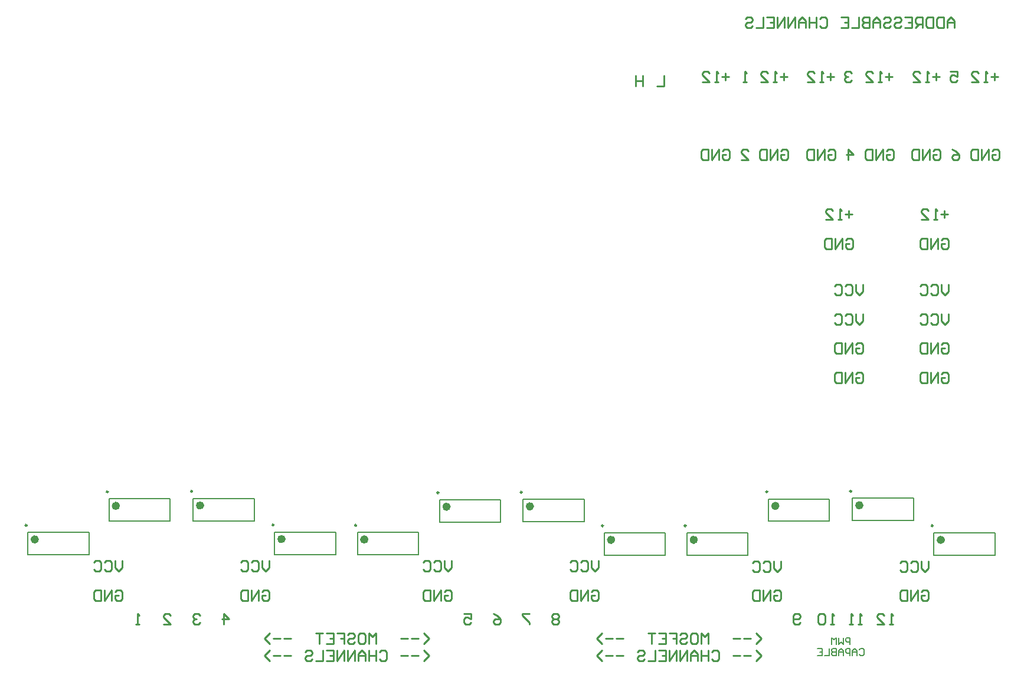
<source format=gbo>
G04*
G04 #@! TF.GenerationSoftware,Altium Limited,Altium Designer,23.4.1 (23)*
G04*
G04 Layer_Color=32896*
%FSLAX44Y44*%
%MOMM*%
G71*
G04*
G04 #@! TF.SameCoordinates,A8117526-9310-46B9-AEF7-EB217FB15511*
G04*
G04*
G04 #@! TF.FilePolarity,Positive*
G04*
G01*
G75*
%ADD10C,0.2500*%
%ADD11C,0.6000*%
%ADD12C,0.2000*%
%ADD13C,0.2540*%
%ADD97C,0.1500*%
D10*
X132890Y293358D02*
G03*
X132890Y293358I-1250J0D01*
G01*
X16558Y245198D02*
G03*
X16558Y245198I-1250J0D01*
G01*
X253673Y293940D02*
G03*
X253673Y293940I-1250J0D01*
G01*
X370513Y245680D02*
G03*
X370513Y245680I-1250J0D01*
G01*
X607318Y292142D02*
G03*
X607318Y292142I-1250J0D01*
G01*
X726831Y292570D02*
G03*
X726831Y292570I-1250J0D01*
G01*
X489208Y245152D02*
G03*
X489208Y245152I-1250J0D01*
G01*
X843284Y244697D02*
G03*
X843284Y244697I-1250J0D01*
G01*
X961970Y244642D02*
G03*
X961970Y244642I-1250J0D01*
G01*
X1078944Y293284D02*
G03*
X1078944Y293284I-1250J0D01*
G01*
X1199460Y294172D02*
G03*
X1199460Y294172I-1250J0D01*
G01*
X1316300Y244554D02*
G03*
X1316300Y244554I-1250J0D01*
G01*
D11*
X146990Y273108D02*
G03*
X146990Y273108I-3000J0D01*
G01*
X30658Y224948D02*
G03*
X30658Y224948I-3000J0D01*
G01*
X267773Y273690D02*
G03*
X267773Y273690I-3000J0D01*
G01*
X384613Y225430D02*
G03*
X384613Y225430I-3000J0D01*
G01*
X621418Y271892D02*
G03*
X621418Y271892I-3000J0D01*
G01*
X740931Y272320D02*
G03*
X740931Y272320I-3000J0D01*
G01*
X503308Y224902D02*
G03*
X503308Y224902I-3000J0D01*
G01*
X857384Y224447D02*
G03*
X857384Y224447I-3000J0D01*
G01*
X976070Y224392D02*
G03*
X976070Y224392I-3000J0D01*
G01*
X1093044Y273034D02*
G03*
X1093044Y273034I-3000J0D01*
G01*
X1213560Y273922D02*
G03*
X1213560Y273922I-3000J0D01*
G01*
X1330400Y224304D02*
G03*
X1330400Y224304I-3000J0D01*
G01*
D12*
X221740Y251108D02*
Y283108D01*
X134240Y251108D02*
Y283108D01*
Y251108D02*
X221740D01*
X134240Y283108D02*
X221740D01*
X105408Y202948D02*
Y234948D01*
X17908Y202948D02*
Y234948D01*
Y202948D02*
X105408D01*
X17908Y234948D02*
X105408D01*
X342523Y251690D02*
Y283690D01*
X255023Y251690D02*
Y283690D01*
Y251690D02*
X342523D01*
X255023Y283690D02*
X342523D01*
X459363Y203430D02*
Y235430D01*
X371863Y203430D02*
Y235430D01*
Y203430D02*
X459363D01*
X371863Y235430D02*
X459363D01*
X696168Y249892D02*
Y281892D01*
X608668Y249892D02*
Y281892D01*
Y249892D02*
X696168D01*
X608668Y281892D02*
X696168D01*
X815681Y250320D02*
Y282320D01*
X728181Y250320D02*
Y282320D01*
Y250320D02*
X815681D01*
X728181Y282320D02*
X815681D01*
X578058Y202902D02*
Y234902D01*
X490558Y202902D02*
Y234902D01*
Y202902D02*
X578058D01*
X490558Y234902D02*
X578058D01*
X932134Y202447D02*
Y234447D01*
X844634Y202447D02*
Y234447D01*
Y202447D02*
X932134D01*
X844634Y234447D02*
X932134D01*
X1050820Y202392D02*
Y234392D01*
X963320Y202392D02*
Y234392D01*
Y202392D02*
X1050820D01*
X963320Y234392D02*
X1050820D01*
X1167794Y251034D02*
Y283034D01*
X1080294Y251034D02*
Y283034D01*
Y251034D02*
X1167794D01*
X1080294Y283034D02*
X1167794D01*
X1288310Y251922D02*
Y283922D01*
X1200810Y251922D02*
Y283922D01*
Y251922D02*
X1288310D01*
X1200810Y283922D02*
X1288310D01*
X1405150Y202304D02*
Y234304D01*
X1317650Y202304D02*
Y234304D01*
Y202304D02*
X1405150D01*
X1317650Y234304D02*
X1405150D01*
D13*
X585454Y74918D02*
X593072Y82536D01*
X585454Y90153D01*
X577837Y82536D02*
X567680D01*
X562602D02*
X552445D01*
X516896Y74918D02*
Y90153D01*
X511818Y85075D01*
X506740Y90153D01*
Y74918D01*
X494044Y90153D02*
X499122D01*
X501661Y87614D01*
Y77457D01*
X499122Y74918D01*
X494044D01*
X491505Y77457D01*
Y87614D01*
X494044Y90153D01*
X476270Y87614D02*
X478809Y90153D01*
X483887D01*
X486426Y87614D01*
Y85075D01*
X483887Y82536D01*
X478809D01*
X476270Y79996D01*
Y77457D01*
X478809Y74918D01*
X483887D01*
X486426Y77457D01*
X461035Y90153D02*
X471191D01*
Y82536D01*
X466113D01*
X471191D01*
Y74918D01*
X445799Y90153D02*
X455956D01*
Y74918D01*
X445799D01*
X455956Y82536D02*
X450878D01*
X440721Y90153D02*
X430564D01*
X435643D01*
Y74918D01*
X395016Y82536D02*
X384859D01*
X379781D02*
X369624D01*
X364546Y74918D02*
X356928Y82536D01*
X364546Y90153D01*
X585454Y50540D02*
X593072Y58158D01*
X585454Y65775D01*
X577837Y58158D02*
X567680D01*
X562602D02*
X552445D01*
X521975Y63236D02*
X524514Y65775D01*
X529592D01*
X532132Y63236D01*
Y53079D01*
X529592Y50540D01*
X524514D01*
X521975Y53079D01*
X516896Y65775D02*
Y50540D01*
Y58158D01*
X506740D01*
Y65775D01*
Y50540D01*
X501661D02*
Y60697D01*
X496583Y65775D01*
X491505Y60697D01*
Y50540D01*
Y58158D01*
X501661D01*
X486426Y50540D02*
Y65775D01*
X476270Y50540D01*
Y65775D01*
X471191Y50540D02*
Y65775D01*
X461035Y50540D01*
Y65775D01*
X445799D02*
X455956D01*
Y50540D01*
X445799D01*
X455956Y58158D02*
X450878D01*
X440721Y65775D02*
Y50540D01*
X430564D01*
X415329Y63236D02*
X417868Y65775D01*
X422947D01*
X425486Y63236D01*
Y60697D01*
X422947Y58158D01*
X417868D01*
X415329Y55618D01*
Y53079D01*
X417868Y50540D01*
X422947D01*
X425486Y53079D01*
X395016Y58158D02*
X384859D01*
X379781D02*
X369624D01*
X364546Y50540D02*
X356928Y58158D01*
X364546Y65775D01*
X1062454Y74918D02*
X1070072Y82536D01*
X1062454Y90153D01*
X1054837Y82536D02*
X1044680D01*
X1039602D02*
X1029445D01*
X993896Y74918D02*
Y90153D01*
X988818Y85075D01*
X983740Y90153D01*
Y74918D01*
X971044Y90153D02*
X976122D01*
X978661Y87614D01*
Y77457D01*
X976122Y74918D01*
X971044D01*
X968505Y77457D01*
Y87614D01*
X971044Y90153D01*
X953270Y87614D02*
X955809Y90153D01*
X960887D01*
X963426Y87614D01*
Y85075D01*
X960887Y82536D01*
X955809D01*
X953270Y79996D01*
Y77457D01*
X955809Y74918D01*
X960887D01*
X963426Y77457D01*
X938035Y90153D02*
X948191D01*
Y82536D01*
X943113D01*
X948191D01*
Y74918D01*
X922799Y90153D02*
X932956D01*
Y74918D01*
X922799D01*
X932956Y82536D02*
X927878D01*
X917721Y90153D02*
X907564D01*
X912643D01*
Y74918D01*
X872016Y82536D02*
X861859D01*
X856781D02*
X846624D01*
X841546Y74918D02*
X833928Y82536D01*
X841546Y90153D01*
X1062454Y50540D02*
X1070072Y58158D01*
X1062454Y65775D01*
X1054837Y58158D02*
X1044680D01*
X1039602D02*
X1029445D01*
X998975Y63236D02*
X1001514Y65775D01*
X1006592D01*
X1009131Y63236D01*
Y53079D01*
X1006592Y50540D01*
X1001514D01*
X998975Y53079D01*
X993896Y65775D02*
Y50540D01*
Y58158D01*
X983740D01*
Y65775D01*
Y50540D01*
X978661D02*
Y60697D01*
X973583Y65775D01*
X968505Y60697D01*
Y50540D01*
Y58158D01*
X978661D01*
X963426Y50540D02*
Y65775D01*
X953270Y50540D01*
Y65775D01*
X948191Y50540D02*
Y65775D01*
X938035Y50540D01*
Y65775D01*
X922799D02*
X932956D01*
Y50540D01*
X922799D01*
X932956Y58158D02*
X927878D01*
X917721Y65775D02*
Y50540D01*
X907564D01*
X892329Y63236D02*
X894868Y65775D01*
X899947D01*
X902486Y63236D01*
Y60697D01*
X899947Y58158D01*
X894868D01*
X892329Y55618D01*
Y53079D01*
X894868Y50540D01*
X899947D01*
X902486Y53079D01*
X872016Y58158D02*
X861859D01*
X856781D02*
X846624D01*
X841546Y50540D02*
X833928Y58158D01*
X841546Y65775D01*
X1088203Y149570D02*
X1090742Y152110D01*
X1095821D01*
X1098360Y149570D01*
Y139414D01*
X1095821Y136875D01*
X1090742D01*
X1088203Y139414D01*
Y144492D01*
X1093282D01*
X1083125Y136875D02*
Y152110D01*
X1072968Y136875D01*
Y152110D01*
X1067890D02*
Y136875D01*
X1060272D01*
X1057733Y139414D01*
Y149570D01*
X1060272Y152110D01*
X1067890D01*
X1299203Y149570D02*
X1301743Y152110D01*
X1306821D01*
X1309360Y149570D01*
Y139414D01*
X1306821Y136875D01*
X1301743D01*
X1299203Y139414D01*
Y144492D01*
X1304282D01*
X1294125Y136875D02*
Y152110D01*
X1283968Y136875D01*
Y152110D01*
X1278890D02*
Y136875D01*
X1271272D01*
X1268733Y139414D01*
Y149570D01*
X1271272Y152110D01*
X1278890D01*
X1309360Y194109D02*
Y183953D01*
X1304282Y178874D01*
X1299203Y183953D01*
Y194109D01*
X1283968Y191570D02*
X1286507Y194109D01*
X1291586D01*
X1294125Y191570D01*
Y181414D01*
X1291586Y178874D01*
X1286507D01*
X1283968Y181414D01*
X1268733Y191570D02*
X1271272Y194109D01*
X1276351D01*
X1278890Y191570D01*
Y181414D01*
X1276351Y178874D01*
X1271272D01*
X1268733Y181414D01*
X1098360Y194109D02*
Y183953D01*
X1093282Y178874D01*
X1088203Y183953D01*
Y194109D01*
X1072968Y191570D02*
X1075507Y194109D01*
X1080586D01*
X1083125Y191570D01*
Y181414D01*
X1080586Y178874D01*
X1075507D01*
X1072968Y181414D01*
X1057733Y191570D02*
X1060272Y194109D01*
X1065351D01*
X1067890Y191570D01*
Y181414D01*
X1065351Y178874D01*
X1060272D01*
X1057733Y181414D01*
X615493Y149928D02*
X618032Y152467D01*
X623111D01*
X625650Y149928D01*
Y139772D01*
X623111Y137233D01*
X618032D01*
X615493Y139772D01*
Y144850D01*
X620572D01*
X610415Y137233D02*
Y152467D01*
X600258Y137233D01*
Y152467D01*
X595180D02*
Y137233D01*
X587562D01*
X585023Y139772D01*
Y149928D01*
X587562Y152467D01*
X595180D01*
X826493Y149928D02*
X829033Y152467D01*
X834111D01*
X836650Y149928D01*
Y139772D01*
X834111Y137233D01*
X829033D01*
X826493Y139772D01*
Y144850D01*
X831572D01*
X821415Y137233D02*
Y152467D01*
X811258Y137233D01*
Y152467D01*
X806180D02*
Y137233D01*
X798562D01*
X796023Y139772D01*
Y149928D01*
X798562Y152467D01*
X806180D01*
X836650Y194468D02*
Y184311D01*
X831572Y179233D01*
X826493Y184311D01*
Y194468D01*
X811258Y191928D02*
X813797Y194468D01*
X818876D01*
X821415Y191928D01*
Y181772D01*
X818876Y179233D01*
X813797D01*
X811258Y181772D01*
X796023Y191928D02*
X798562Y194468D01*
X803641D01*
X806180Y191928D01*
Y181772D01*
X803641Y179233D01*
X798562D01*
X796023Y181772D01*
X625650Y194468D02*
Y184311D01*
X620572Y179233D01*
X615493Y184311D01*
Y194468D01*
X600258Y191928D02*
X602797Y194468D01*
X607876D01*
X610415Y191928D01*
Y181772D01*
X607876Y179233D01*
X602797D01*
X600258Y181772D01*
X585023Y191928D02*
X587562Y194468D01*
X592641D01*
X595180Y191928D01*
Y181772D01*
X592641Y179233D01*
X587562D01*
X585023Y181772D01*
X152710Y194468D02*
Y184311D01*
X147632Y179233D01*
X142553Y184311D01*
Y194468D01*
X127318Y191928D02*
X129857Y194468D01*
X134936D01*
X137475Y191928D01*
Y181772D01*
X134936Y179233D01*
X129857D01*
X127318Y181772D01*
X112083Y191928D02*
X114622Y194468D01*
X119701D01*
X122240Y191928D01*
Y181772D01*
X119701Y179233D01*
X114622D01*
X112083Y181772D01*
X363710Y194468D02*
Y184311D01*
X358632Y179233D01*
X353553Y184311D01*
Y194468D01*
X338318Y191928D02*
X340857Y194468D01*
X345936D01*
X348475Y191928D01*
Y181772D01*
X345936Y179233D01*
X340857D01*
X338318Y181772D01*
X323083Y191928D02*
X325622Y194468D01*
X330701D01*
X333240Y191928D01*
Y181772D01*
X330701Y179233D01*
X325622D01*
X323083Y181772D01*
X353553Y149928D02*
X356092Y152467D01*
X361171D01*
X363710Y149928D01*
Y139772D01*
X361171Y137233D01*
X356092D01*
X353553Y139772D01*
Y144850D01*
X358632D01*
X348475Y137233D02*
Y152467D01*
X338318Y137233D01*
Y152467D01*
X333240D02*
Y137233D01*
X325622D01*
X323083Y139772D01*
Y149928D01*
X325622Y152467D01*
X333240D01*
X142553Y149928D02*
X145092Y152467D01*
X150171D01*
X152710Y149928D01*
Y139772D01*
X150171Y137233D01*
X145092D01*
X142553Y139772D01*
Y144850D01*
X147632D01*
X137475Y137233D02*
Y152467D01*
X127318Y137233D01*
Y152467D01*
X122240D02*
Y137233D01*
X114622D01*
X112083Y139772D01*
Y149928D01*
X114622Y152467D01*
X122240D01*
X1347112Y959540D02*
Y969697D01*
X1342033Y974775D01*
X1336955Y969697D01*
Y959540D01*
Y967158D01*
X1347112D01*
X1331877Y974775D02*
Y959540D01*
X1324259D01*
X1321720Y962079D01*
Y972236D01*
X1324259Y974775D01*
X1331877D01*
X1316641D02*
Y959540D01*
X1309024D01*
X1306485Y962079D01*
Y972236D01*
X1309024Y974775D01*
X1316641D01*
X1301406Y959540D02*
Y974775D01*
X1293789D01*
X1291250Y972236D01*
Y967158D01*
X1293789Y964618D01*
X1301406D01*
X1296328D02*
X1291250Y959540D01*
X1276015Y974775D02*
X1286171D01*
Y959540D01*
X1276015D01*
X1286171Y967158D02*
X1281093D01*
X1260779Y972236D02*
X1263319Y974775D01*
X1268397D01*
X1270936Y972236D01*
Y969697D01*
X1268397Y967158D01*
X1263319D01*
X1260779Y964618D01*
Y962079D01*
X1263319Y959540D01*
X1268397D01*
X1270936Y962079D01*
X1245544Y972236D02*
X1248084Y974775D01*
X1253162D01*
X1255701Y972236D01*
Y969697D01*
X1253162Y967158D01*
X1248084D01*
X1245544Y964618D01*
Y962079D01*
X1248084Y959540D01*
X1253162D01*
X1255701Y962079D01*
X1240466Y959540D02*
Y969697D01*
X1235388Y974775D01*
X1230309Y969697D01*
Y959540D01*
Y967158D01*
X1240466D01*
X1225231Y974775D02*
Y959540D01*
X1217614D01*
X1215074Y962079D01*
Y964618D01*
X1217614Y967158D01*
X1225231D01*
X1217614D01*
X1215074Y969697D01*
Y972236D01*
X1217614Y974775D01*
X1225231D01*
X1209996D02*
Y959540D01*
X1199839D01*
X1184604Y974775D02*
X1194761D01*
Y959540D01*
X1184604D01*
X1194761Y967158D02*
X1189682D01*
X1154134Y972236D02*
X1156673Y974775D01*
X1161751D01*
X1164291Y972236D01*
Y962079D01*
X1161751Y959540D01*
X1156673D01*
X1154134Y962079D01*
X1149056Y974775D02*
Y959540D01*
Y967158D01*
X1138899D01*
Y974775D01*
Y959540D01*
X1133821D02*
Y969697D01*
X1128742Y974775D01*
X1123664Y969697D01*
Y959540D01*
Y967158D01*
X1133821D01*
X1118586Y959540D02*
Y974775D01*
X1108429Y959540D01*
Y974775D01*
X1103350Y959540D02*
Y974775D01*
X1093194Y959540D01*
Y974775D01*
X1077959D02*
X1088115D01*
Y959540D01*
X1077959D01*
X1088115Y967158D02*
X1083037D01*
X1072880Y974775D02*
Y959540D01*
X1062724D01*
X1047488Y972236D02*
X1050028Y974775D01*
X1055106D01*
X1057645Y972236D01*
Y969697D01*
X1055106Y967158D01*
X1050028D01*
X1047488Y964618D01*
Y962079D01*
X1050028Y959540D01*
X1055106D01*
X1057645Y962079D01*
X930078Y890525D02*
Y875290D01*
X919922D01*
X900078Y890525D02*
Y875290D01*
Y882907D01*
X889922D01*
Y890525D01*
Y875290D01*
X1215460Y548618D02*
Y538461D01*
X1210382Y533382D01*
X1205303Y538461D01*
Y548618D01*
X1190068Y546078D02*
X1192607Y548618D01*
X1197686D01*
X1200225Y546078D01*
Y535922D01*
X1197686Y533382D01*
X1192607D01*
X1190068Y535922D01*
X1174833Y546078D02*
X1177372Y548618D01*
X1182451D01*
X1184990Y546078D01*
Y535922D01*
X1182451Y533382D01*
X1177372D01*
X1174833Y535922D01*
X1215460Y590617D02*
Y580461D01*
X1210382Y575382D01*
X1205303Y580461D01*
Y590617D01*
X1190068Y588078D02*
X1192607Y590617D01*
X1197686D01*
X1200225Y588078D01*
Y577922D01*
X1197686Y575382D01*
X1192607D01*
X1190068Y577922D01*
X1174833Y588078D02*
X1177372Y590617D01*
X1182451D01*
X1184990Y588078D01*
Y577922D01*
X1182451Y575382D01*
X1177372D01*
X1174833Y577922D01*
X1338460Y548618D02*
Y538461D01*
X1333382Y533382D01*
X1328303Y538461D01*
Y548618D01*
X1313068Y546078D02*
X1315607Y548618D01*
X1320686D01*
X1323225Y546078D01*
Y535922D01*
X1320686Y533382D01*
X1315607D01*
X1313068Y535922D01*
X1297833Y546078D02*
X1300372Y548618D01*
X1305451D01*
X1307990Y546078D01*
Y535922D01*
X1305451Y533382D01*
X1300372D01*
X1297833Y535922D01*
X1338460Y590617D02*
Y580461D01*
X1333382Y575382D01*
X1328303Y580461D01*
Y590617D01*
X1313068Y588078D02*
X1315607Y590617D01*
X1320686D01*
X1323225Y588078D01*
Y577922D01*
X1320686Y575382D01*
X1315607D01*
X1313068Y577922D01*
X1297833Y588078D02*
X1300372Y590617D01*
X1305451D01*
X1307990Y588078D01*
Y577922D01*
X1305451Y575382D01*
X1300372D01*
X1297833Y577922D01*
X1328303Y462078D02*
X1330842Y464618D01*
X1335921D01*
X1338460Y462078D01*
Y451922D01*
X1335921Y449383D01*
X1330842D01*
X1328303Y451922D01*
Y457000D01*
X1333382D01*
X1323225Y449383D02*
Y464618D01*
X1313068Y449383D01*
Y464618D01*
X1307990D02*
Y449383D01*
X1300372D01*
X1297833Y451922D01*
Y462078D01*
X1300372Y464618D01*
X1307990D01*
X1328303Y504078D02*
X1330842Y506618D01*
X1335921D01*
X1338460Y504078D01*
Y493922D01*
X1335921Y491382D01*
X1330842D01*
X1328303Y493922D01*
Y499000D01*
X1333382D01*
X1323225Y491382D02*
Y506618D01*
X1313068Y491382D01*
Y506618D01*
X1307990D02*
Y491382D01*
X1300372D01*
X1297833Y493922D01*
Y504078D01*
X1300372Y506618D01*
X1307990D01*
X1205303Y462078D02*
X1207842Y464618D01*
X1212921D01*
X1215460Y462078D01*
Y451922D01*
X1212921Y449383D01*
X1207842D01*
X1205303Y451922D01*
Y457000D01*
X1210382D01*
X1200225Y449383D02*
Y464618D01*
X1190068Y449383D01*
Y464618D01*
X1184990D02*
Y449383D01*
X1177372D01*
X1174833Y451922D01*
Y462078D01*
X1177372Y464618D01*
X1184990D01*
X1205303Y504078D02*
X1207842Y506618D01*
X1212921D01*
X1215460Y504078D01*
Y493922D01*
X1212921Y491382D01*
X1207842D01*
X1205303Y493922D01*
Y499000D01*
X1210382D01*
X1200225Y491382D02*
Y506618D01*
X1190068Y491382D01*
Y506618D01*
X1184990D02*
Y491382D01*
X1177372D01*
X1174833Y493922D01*
Y504078D01*
X1177372Y506618D01*
X1184990D01*
X1191303Y654373D02*
X1193842Y656913D01*
X1198921D01*
X1201460Y654373D01*
Y644217D01*
X1198921Y641677D01*
X1193842D01*
X1191303Y644217D01*
Y649295D01*
X1196382D01*
X1186225Y641677D02*
Y656913D01*
X1176068Y641677D01*
Y656913D01*
X1170990D02*
Y641677D01*
X1163372D01*
X1160833Y644217D01*
Y654373D01*
X1163372Y656913D01*
X1170990D01*
X1328303Y654373D02*
X1330842Y656913D01*
X1335921D01*
X1338460Y654373D01*
Y644217D01*
X1335921Y641677D01*
X1330842D01*
X1328303Y644217D01*
Y649295D01*
X1333382D01*
X1323225Y641677D02*
Y656913D01*
X1313068Y641677D01*
Y656913D01*
X1307990D02*
Y641677D01*
X1300372D01*
X1297833Y644217D01*
Y654373D01*
X1300372Y656913D01*
X1307990D01*
X1200190Y691205D02*
X1190034D01*
X1195112Y696283D02*
Y686127D01*
X1184955Y683587D02*
X1179877D01*
X1182416D01*
Y698822D01*
X1184955Y696283D01*
X1162103Y683587D02*
X1172260D01*
X1162103Y693744D01*
Y696283D01*
X1164642Y698822D01*
X1169720D01*
X1172260Y696283D01*
X1337190Y691205D02*
X1327034D01*
X1332112Y696283D02*
Y686127D01*
X1321955Y683587D02*
X1316877D01*
X1319416D01*
Y698822D01*
X1321955Y696283D01*
X1299103Y683587D02*
X1309259D01*
X1299103Y693744D01*
Y696283D01*
X1301642Y698822D01*
X1306720D01*
X1309259Y696283D01*
X1340903Y896775D02*
X1351059D01*
Y889157D01*
X1345981Y891697D01*
X1343442D01*
X1340903Y889157D01*
Y884079D01*
X1343442Y881540D01*
X1348520D01*
X1351059Y884079D01*
X1343442Y784525D02*
X1348520Y781986D01*
X1353598Y776908D01*
Y771829D01*
X1351059Y769290D01*
X1345981D01*
X1343442Y771829D01*
Y774368D01*
X1345981Y776908D01*
X1353598D01*
X1316677Y781986D02*
X1319216Y784525D01*
X1324294D01*
X1326833Y781986D01*
Y771829D01*
X1324294Y769290D01*
X1319216D01*
X1316677Y771829D01*
Y776908D01*
X1321755D01*
X1311598Y769290D02*
Y784525D01*
X1301442Y769290D01*
Y784525D01*
X1296363D02*
Y769290D01*
X1288746D01*
X1286207Y771829D01*
Y781986D01*
X1288746Y784525D01*
X1296363D01*
X1400677Y781986D02*
X1403216Y784525D01*
X1408294D01*
X1410833Y781986D01*
Y771829D01*
X1408294Y769290D01*
X1403216D01*
X1400677Y771829D01*
Y776908D01*
X1405755D01*
X1395598Y769290D02*
Y784525D01*
X1385442Y769290D01*
Y784525D01*
X1380363D02*
Y769290D01*
X1372746D01*
X1370207Y771829D01*
Y781986D01*
X1372746Y784525D01*
X1380363D01*
X1325564Y889157D02*
X1315407D01*
X1320486Y894236D02*
Y884079D01*
X1310329Y881540D02*
X1305251D01*
X1307790D01*
Y896775D01*
X1310329Y894236D01*
X1287476Y881540D02*
X1297633D01*
X1287476Y891697D01*
Y894236D01*
X1290015Y896775D01*
X1295094D01*
X1297633Y894236D01*
X1409564Y889157D02*
X1399407D01*
X1404485Y894236D02*
Y884079D01*
X1394329Y881540D02*
X1389250D01*
X1391790D01*
Y896775D01*
X1394329Y894236D01*
X1371476Y881540D02*
X1381633D01*
X1371476Y891697D01*
Y894236D01*
X1374015Y896775D01*
X1379094D01*
X1381633Y894236D01*
X1199839D02*
X1197300Y896775D01*
X1192222D01*
X1189682Y894236D01*
Y891697D01*
X1192222Y889157D01*
X1194761D01*
X1192222D01*
X1189682Y886618D01*
Y884079D01*
X1192222Y881540D01*
X1197300D01*
X1199839Y884079D01*
X1194761Y769290D02*
Y784525D01*
X1202378Y776908D01*
X1192222D01*
X1165457Y781986D02*
X1167996Y784525D01*
X1173074D01*
X1175613Y781986D01*
Y771829D01*
X1173074Y769290D01*
X1167996D01*
X1165457Y771829D01*
Y776908D01*
X1170535D01*
X1160378Y769290D02*
Y784525D01*
X1150222Y769290D01*
Y784525D01*
X1145143D02*
Y769290D01*
X1137526D01*
X1134987Y771829D01*
Y781986D01*
X1137526Y784525D01*
X1145143D01*
X1249457Y781986D02*
X1251996Y784525D01*
X1257074D01*
X1259613Y781986D01*
Y771829D01*
X1257074Y769290D01*
X1251996D01*
X1249457Y771829D01*
Y776908D01*
X1254535D01*
X1244378Y769290D02*
Y784525D01*
X1234222Y769290D01*
Y784525D01*
X1229143D02*
Y769290D01*
X1221526D01*
X1218987Y771829D01*
Y781986D01*
X1221526Y784525D01*
X1229143D01*
X1174344Y889157D02*
X1164187D01*
X1169266Y894236D02*
Y884079D01*
X1159109Y881540D02*
X1154031D01*
X1156570D01*
Y896775D01*
X1159109Y894236D01*
X1136256Y881540D02*
X1146413D01*
X1136256Y891697D01*
Y894236D01*
X1138795Y896775D01*
X1143874D01*
X1146413Y894236D01*
X1258344Y889157D02*
X1248187D01*
X1253266Y894236D02*
Y884079D01*
X1243109Y881540D02*
X1238030D01*
X1240570D01*
Y896775D01*
X1243109Y894236D01*
X1220256Y881540D02*
X1230413D01*
X1220256Y891697D01*
Y894236D01*
X1222795Y896775D01*
X1227874D01*
X1230413Y894236D01*
X1107124Y889157D02*
X1096967D01*
X1102046Y894236D02*
Y884079D01*
X1091889Y881540D02*
X1086811D01*
X1089350D01*
Y896775D01*
X1091889Y894236D01*
X1069036Y881540D02*
X1079193D01*
X1069036Y891697D01*
Y894236D01*
X1071575Y896775D01*
X1076654D01*
X1079193Y894236D01*
X1023124Y889157D02*
X1012967D01*
X1018046Y894236D02*
Y884079D01*
X1007889Y881540D02*
X1002811D01*
X1005350D01*
Y896775D01*
X1007889Y894236D01*
X985036Y881540D02*
X995193D01*
X985036Y891697D01*
Y894236D01*
X987575Y896775D01*
X992654D01*
X995193Y894236D01*
X1098237Y781986D02*
X1100776Y784525D01*
X1105854D01*
X1108393Y781986D01*
Y771829D01*
X1105854Y769290D01*
X1100776D01*
X1098237Y771829D01*
Y776908D01*
X1103315D01*
X1093158Y769290D02*
Y784525D01*
X1083002Y769290D01*
Y784525D01*
X1077923D02*
Y769290D01*
X1070306D01*
X1067767Y771829D01*
Y781986D01*
X1070306Y784525D01*
X1077923D01*
X1014237Y781986D02*
X1016776Y784525D01*
X1021854D01*
X1024393Y781986D01*
Y771829D01*
X1021854Y769290D01*
X1016776D01*
X1014237Y771829D01*
Y776908D01*
X1019315D01*
X1009158Y769290D02*
Y784525D01*
X999002Y769290D01*
Y784525D01*
X993923D02*
Y769290D01*
X986306D01*
X983767Y771829D01*
Y781986D01*
X986306Y784525D01*
X993923D01*
X1041002Y769290D02*
X1051158D01*
X1041002Y779447D01*
Y781986D01*
X1043541Y784525D01*
X1048619D01*
X1051158Y781986D01*
X1048619Y881540D02*
X1043541D01*
X1046080D01*
Y896775D01*
X1048619Y894236D01*
X1258526Y102790D02*
X1253448D01*
X1255987D01*
Y118025D01*
X1258526Y115486D01*
X1235674Y102790D02*
X1245830D01*
X1235674Y112947D01*
Y115486D01*
X1238213Y118025D01*
X1243291D01*
X1245830Y115486D01*
X1213987Y102790D02*
X1208909D01*
X1211448D01*
Y118025D01*
X1213987Y115486D01*
X1201291Y102790D02*
X1196213D01*
X1198752D01*
Y118025D01*
X1201291Y115486D01*
X1174526Y102790D02*
X1169448D01*
X1171987D01*
Y118025D01*
X1174526Y115486D01*
X1161830D02*
X1159291Y118025D01*
X1154213D01*
X1151674Y115486D01*
Y105329D01*
X1154213Y102790D01*
X1159291D01*
X1161830Y105329D01*
Y115486D01*
X1126178Y105329D02*
X1123639Y102790D01*
X1118561D01*
X1116022Y105329D01*
Y115486D01*
X1118561Y118025D01*
X1123639D01*
X1126178Y115486D01*
Y112947D01*
X1123639Y110407D01*
X1116022D01*
X779468Y115486D02*
X776929Y118025D01*
X771851D01*
X769312Y115486D01*
Y112947D01*
X771851Y110407D01*
X769312Y107868D01*
Y105329D01*
X771851Y102790D01*
X776929D01*
X779468Y105329D01*
Y107868D01*
X776929Y110407D01*
X779468Y112947D01*
Y115486D01*
X776929Y110407D02*
X771851D01*
X737468Y118025D02*
X727312D01*
Y115486D01*
X737468Y105329D01*
Y102790D01*
X685312Y118025D02*
X690390Y115486D01*
X695468Y110407D01*
Y105329D01*
X692929Y102790D01*
X687851D01*
X685312Y105329D01*
Y107868D01*
X687851Y110407D01*
X695468D01*
X643312Y118025D02*
X653468D01*
Y110407D01*
X648390Y112947D01*
X645851D01*
X643312Y110407D01*
Y105329D01*
X645851Y102790D01*
X650929D01*
X653468Y105329D01*
X298911Y102790D02*
Y118025D01*
X306528Y110407D01*
X296372D01*
X264528Y115486D02*
X261989Y118025D01*
X256911D01*
X254372Y115486D01*
Y112947D01*
X256911Y110407D01*
X259450D01*
X256911D01*
X254372Y107868D01*
Y105329D01*
X256911Y102790D01*
X261989D01*
X264528Y105329D01*
X212372Y102790D02*
X222528D01*
X212372Y112947D01*
Y115486D01*
X214911Y118025D01*
X219989D01*
X222528Y115486D01*
X177989Y102790D02*
X172911D01*
X175450D01*
Y118025D01*
X177989Y115486D01*
D97*
X1197429Y74088D02*
Y84085D01*
X1192431D01*
X1190764Y82419D01*
Y79086D01*
X1192431Y77420D01*
X1197429D01*
X1187432Y84085D02*
Y74088D01*
X1184100Y77420D01*
X1180768Y74088D01*
Y84085D01*
X1177436Y74088D02*
Y84085D01*
X1174103Y80752D01*
X1170771Y84085D01*
Y74088D01*
X1210758Y66823D02*
X1212424Y68489D01*
X1215757D01*
X1217423Y66823D01*
Y60158D01*
X1215757Y58492D01*
X1212424D01*
X1210758Y60158D01*
X1207426Y58492D02*
Y65156D01*
X1204094Y68489D01*
X1200761Y65156D01*
Y58492D01*
Y63490D01*
X1207426D01*
X1197429Y58492D02*
Y68489D01*
X1192431D01*
X1190764Y66823D01*
Y63490D01*
X1192431Y61824D01*
X1197429D01*
X1187432Y58492D02*
Y65156D01*
X1184100Y68489D01*
X1180768Y65156D01*
Y58492D01*
Y63490D01*
X1187432D01*
X1177436Y68489D02*
Y58492D01*
X1172437D01*
X1170771Y60158D01*
Y61824D01*
X1172437Y63490D01*
X1177436D01*
X1172437D01*
X1170771Y65156D01*
Y66823D01*
X1172437Y68489D01*
X1177436D01*
X1167439D02*
Y58492D01*
X1160774D01*
X1150777Y68489D02*
X1157442D01*
Y58492D01*
X1150777D01*
X1157442Y63490D02*
X1154110D01*
M02*

</source>
